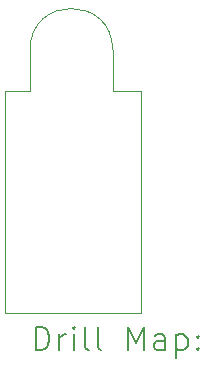
<source format=gbr>
%TF.GenerationSoftware,KiCad,Pcbnew,8.0.8*%
%TF.CreationDate,2025-02-24T22:20:20-07:00*%
%TF.ProjectId,ECE Capstone PCB Design,45434520-4361-4707-9374-6f6e65205043,rev?*%
%TF.SameCoordinates,Original*%
%TF.FileFunction,Drillmap*%
%TF.FilePolarity,Positive*%
%FSLAX45Y45*%
G04 Gerber Fmt 4.5, Leading zero omitted, Abs format (unit mm)*
G04 Created by KiCad (PCBNEW 8.0.8) date 2025-02-24 22:20:20*
%MOMM*%
%LPD*%
G01*
G04 APERTURE LIST*
%ADD10C,0.050000*%
%ADD11C,0.200000*%
G04 APERTURE END LIST*
D10*
X15660000Y-12710000D02*
X15660000Y-13061000D01*
X15900000Y-14939000D02*
X15901000Y-13061000D01*
X14751000Y-13061000D02*
X14960000Y-13061000D01*
X14960000Y-12710000D02*
X14960000Y-13061000D01*
X15900000Y-14939000D02*
X14750000Y-14939000D01*
X14960000Y-12710000D02*
G75*
G02*
X15660000Y-12710000I350000J0D01*
G01*
X14750000Y-14939000D02*
X14751000Y-13061000D01*
X15660000Y-13061000D02*
X15901000Y-13061000D01*
D11*
X15008277Y-15252984D02*
X15008277Y-15052984D01*
X15008277Y-15052984D02*
X15055896Y-15052984D01*
X15055896Y-15052984D02*
X15084467Y-15062508D01*
X15084467Y-15062508D02*
X15103515Y-15081555D01*
X15103515Y-15081555D02*
X15113039Y-15100603D01*
X15113039Y-15100603D02*
X15122562Y-15138698D01*
X15122562Y-15138698D02*
X15122562Y-15167269D01*
X15122562Y-15167269D02*
X15113039Y-15205365D01*
X15113039Y-15205365D02*
X15103515Y-15224412D01*
X15103515Y-15224412D02*
X15084467Y-15243460D01*
X15084467Y-15243460D02*
X15055896Y-15252984D01*
X15055896Y-15252984D02*
X15008277Y-15252984D01*
X15208277Y-15252984D02*
X15208277Y-15119650D01*
X15208277Y-15157746D02*
X15217801Y-15138698D01*
X15217801Y-15138698D02*
X15227324Y-15129174D01*
X15227324Y-15129174D02*
X15246372Y-15119650D01*
X15246372Y-15119650D02*
X15265420Y-15119650D01*
X15332086Y-15252984D02*
X15332086Y-15119650D01*
X15332086Y-15052984D02*
X15322562Y-15062508D01*
X15322562Y-15062508D02*
X15332086Y-15072031D01*
X15332086Y-15072031D02*
X15341610Y-15062508D01*
X15341610Y-15062508D02*
X15332086Y-15052984D01*
X15332086Y-15052984D02*
X15332086Y-15072031D01*
X15455896Y-15252984D02*
X15436848Y-15243460D01*
X15436848Y-15243460D02*
X15427324Y-15224412D01*
X15427324Y-15224412D02*
X15427324Y-15052984D01*
X15560658Y-15252984D02*
X15541610Y-15243460D01*
X15541610Y-15243460D02*
X15532086Y-15224412D01*
X15532086Y-15224412D02*
X15532086Y-15052984D01*
X15789229Y-15252984D02*
X15789229Y-15052984D01*
X15789229Y-15052984D02*
X15855896Y-15195841D01*
X15855896Y-15195841D02*
X15922562Y-15052984D01*
X15922562Y-15052984D02*
X15922562Y-15252984D01*
X16103515Y-15252984D02*
X16103515Y-15148222D01*
X16103515Y-15148222D02*
X16093991Y-15129174D01*
X16093991Y-15129174D02*
X16074943Y-15119650D01*
X16074943Y-15119650D02*
X16036848Y-15119650D01*
X16036848Y-15119650D02*
X16017801Y-15129174D01*
X16103515Y-15243460D02*
X16084467Y-15252984D01*
X16084467Y-15252984D02*
X16036848Y-15252984D01*
X16036848Y-15252984D02*
X16017801Y-15243460D01*
X16017801Y-15243460D02*
X16008277Y-15224412D01*
X16008277Y-15224412D02*
X16008277Y-15205365D01*
X16008277Y-15205365D02*
X16017801Y-15186317D01*
X16017801Y-15186317D02*
X16036848Y-15176793D01*
X16036848Y-15176793D02*
X16084467Y-15176793D01*
X16084467Y-15176793D02*
X16103515Y-15167269D01*
X16198753Y-15119650D02*
X16198753Y-15319650D01*
X16198753Y-15129174D02*
X16217801Y-15119650D01*
X16217801Y-15119650D02*
X16255896Y-15119650D01*
X16255896Y-15119650D02*
X16274943Y-15129174D01*
X16274943Y-15129174D02*
X16284467Y-15138698D01*
X16284467Y-15138698D02*
X16293991Y-15157746D01*
X16293991Y-15157746D02*
X16293991Y-15214888D01*
X16293991Y-15214888D02*
X16284467Y-15233936D01*
X16284467Y-15233936D02*
X16274943Y-15243460D01*
X16274943Y-15243460D02*
X16255896Y-15252984D01*
X16255896Y-15252984D02*
X16217801Y-15252984D01*
X16217801Y-15252984D02*
X16198753Y-15243460D01*
X16379705Y-15233936D02*
X16389229Y-15243460D01*
X16389229Y-15243460D02*
X16379705Y-15252984D01*
X16379705Y-15252984D02*
X16370182Y-15243460D01*
X16370182Y-15243460D02*
X16379705Y-15233936D01*
X16379705Y-15233936D02*
X16379705Y-15252984D01*
X16379705Y-15129174D02*
X16389229Y-15138698D01*
X16389229Y-15138698D02*
X16379705Y-15148222D01*
X16379705Y-15148222D02*
X16370182Y-15138698D01*
X16370182Y-15138698D02*
X16379705Y-15129174D01*
X16379705Y-15129174D02*
X16379705Y-15148222D01*
M02*

</source>
